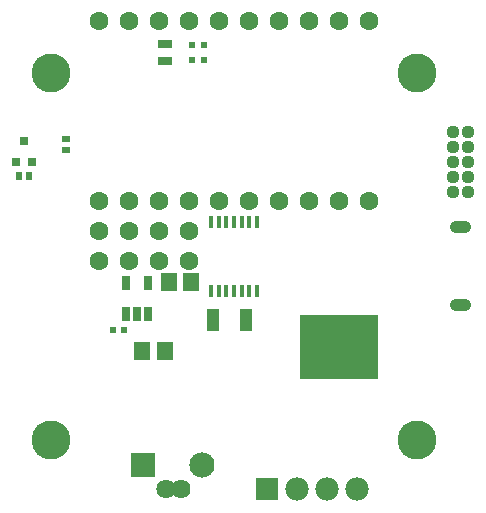
<source format=gbs>
G75*
%MOIN*%
%OFA0B0*%
%FSLAX25Y25*%
%IPPOS*%
%LPD*%
%AMOC8*
5,1,8,0,0,1.08239X$1,22.5*
%
%ADD10R,0.26000X0.21500*%
%ADD11R,0.02369X0.02369*%
%ADD12R,0.02565X0.05124*%
%ADD13R,0.02762X0.01975*%
%ADD14R,0.05518X0.06306*%
%ADD15R,0.04731X0.02762*%
%ADD16R,0.03156X0.03156*%
%ADD17C,0.04400*%
%ADD18R,0.08400X0.08400*%
%ADD19C,0.08400*%
%ADD20C,0.12998*%
%ADD21R,0.01600X0.04300*%
%ADD22R,0.07800X0.07800*%
%ADD23C,0.07800*%
%ADD24C,0.06400*%
%ADD25C,0.03943*%
%ADD26R,0.01975X0.02762*%
%ADD27R,0.04337X0.07487*%
%ADD28C,0.06306*%
D10*
X0198422Y0097250D03*
D11*
X0126890Y0103000D03*
X0122953Y0103000D03*
X0149453Y0193000D03*
X0153390Y0193000D03*
X0153390Y0198000D03*
X0149453Y0198000D03*
D12*
X0134912Y0118619D03*
X0127432Y0118619D03*
X0127432Y0108381D03*
X0131172Y0108381D03*
X0134912Y0108381D03*
D13*
X0107422Y0162978D03*
X0107422Y0166522D03*
D14*
X0141682Y0118894D03*
X0149162Y0118894D03*
X0140369Y0096000D03*
X0132889Y0096000D03*
D15*
X0140422Y0192744D03*
X0140422Y0198256D03*
D16*
X0093422Y0166142D03*
X0095981Y0158858D03*
X0090863Y0158858D03*
D17*
X0236422Y0159000D03*
X0241422Y0159000D03*
X0241422Y0164000D03*
X0236422Y0164000D03*
X0236422Y0169000D03*
X0241422Y0169000D03*
X0241422Y0154000D03*
X0241422Y0149000D03*
X0236422Y0149000D03*
X0236422Y0154000D03*
D18*
X0133022Y0057950D03*
D19*
X0152707Y0057950D03*
D20*
X0102398Y0066476D03*
X0224445Y0066476D03*
X0224445Y0188524D03*
X0102398Y0188524D03*
D21*
X0155745Y0138987D03*
X0158304Y0138987D03*
X0160863Y0138987D03*
X0163422Y0138987D03*
X0165981Y0138987D03*
X0168540Y0138987D03*
X0171099Y0138987D03*
X0171099Y0116013D03*
X0168540Y0116013D03*
X0165981Y0116013D03*
X0163422Y0116013D03*
X0160863Y0116013D03*
X0158304Y0116013D03*
X0155745Y0116013D03*
D22*
X0174422Y0050000D03*
D23*
X0184422Y0050000D03*
X0194422Y0050000D03*
X0204422Y0050000D03*
D24*
X0145922Y0050000D03*
X0140922Y0050000D03*
D25*
X0237556Y0111402D02*
X0237556Y0111402D01*
X0240312Y0111402D01*
X0240312Y0111402D01*
X0237556Y0111402D01*
X0237556Y0137386D02*
X0237556Y0137386D01*
X0240312Y0137386D01*
X0240312Y0137386D01*
X0237556Y0137386D01*
D26*
X0095193Y0154500D03*
X0091650Y0154500D03*
D27*
X0156410Y0106500D03*
X0167434Y0106500D03*
D28*
X0148422Y0126000D03*
X0138422Y0126000D03*
X0128422Y0126000D03*
X0118422Y0126000D03*
X0118422Y0136000D03*
X0128422Y0136000D03*
X0138422Y0136000D03*
X0148422Y0136000D03*
X0148422Y0146000D03*
X0158422Y0146000D03*
X0168422Y0146000D03*
X0178422Y0146000D03*
X0188422Y0146000D03*
X0198422Y0146000D03*
X0208422Y0146000D03*
X0138422Y0146000D03*
X0128422Y0146000D03*
X0118422Y0146000D03*
X0118422Y0206000D03*
X0128422Y0206000D03*
X0138422Y0206000D03*
X0148422Y0206000D03*
X0158422Y0206000D03*
X0168422Y0206000D03*
X0178422Y0206000D03*
X0188422Y0206000D03*
X0198422Y0206000D03*
X0208422Y0206000D03*
M02*

</source>
